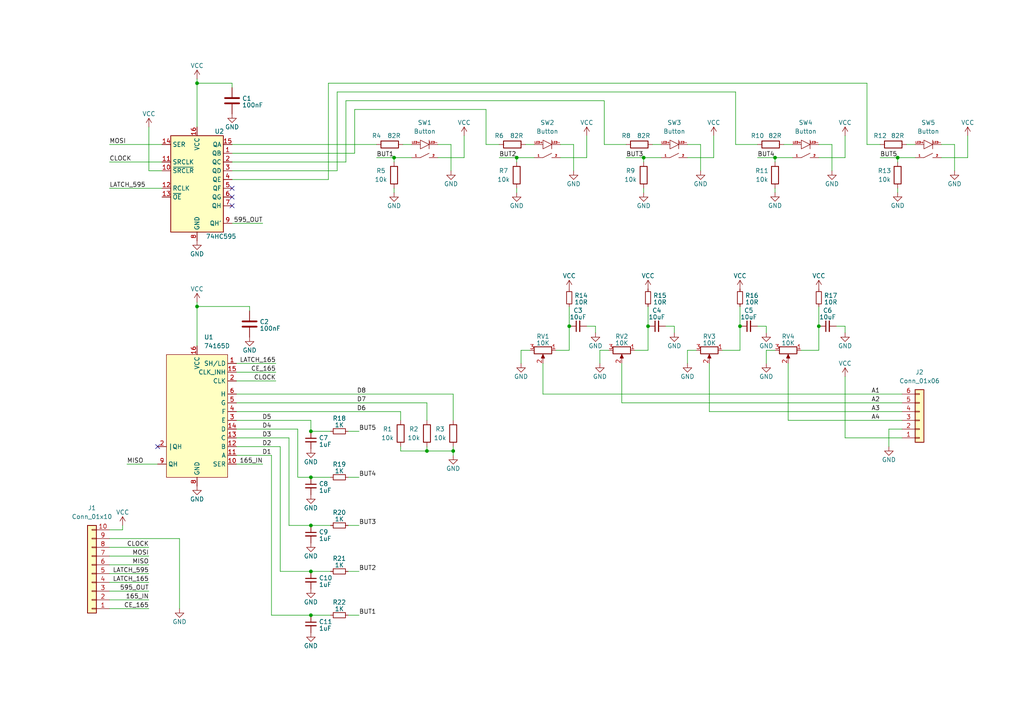
<source format=kicad_sch>
(kicad_sch (version 20230121) (generator eeschema)
  (paper "A4")
  (title_block (title "MK4"))
  (lib_symbols
    (symbol "74xx:74HC595"
      (property "Reference" "U" (at -7.62 13.97 0))
      (property "Value" "74HC595" (at -7.62 -16.51 0))
      (symbol "74HC595_1_0"
        (pin tri_state line (at 10.16 7.62 180) (length 2.54) (name "QB") (number "1"))
        (pin input line (at -10.16 2.54 0) (length 2.54) (name "~{SRCLR}") (number "10"))
        (pin input line (at -10.16 5.08 0) (length 2.54) (name "SRCLK") (number "11"))
        (pin input line (at -10.16 -2.54 0) (length 2.54) (name "RCLK") (number "12"))
        (pin input line (at -10.16 -5.08 0) (length 2.54) (name "~{OE}") (number "13"))
        (pin input line (at -10.16 10.16 0) (length 2.54) (name "SER") (number "14"))
        (pin tri_state line (at 10.16 10.16 180) (length 2.54) (name "QA") (number "15"))
        (pin power_in line (at 0 15.24 270) (length 2.54) (name "VCC") (number "16"))
        (pin tri_state line (at 10.16 5.08 180) (length 2.54) (name "QC") (number "2"))
        (pin tri_state line (at 10.16 2.54 180) (length 2.54) (name "QD") (number "3"))
        (pin tri_state line (at 10.16 0 180) (length 2.54) (name "QE") (number "4"))
        (pin tri_state line (at 10.16 -2.54 180) (length 2.54) (name "QF") (number "5"))
        (pin tri_state line (at 10.16 -5.08 180) (length 2.54) (name "QG") (number "6"))
        (pin tri_state line (at 10.16 -7.62 180) (length 2.54) (name "QH") (number "7"))
        (pin power_in line (at 0 -17.78 90) (length 2.54) (name "GND") (number "8"))
        (pin output line (at 10.16 -12.7 180) (length 2.54) (name "QH'") (number "9"))
      )
      (symbol "74HC595_1_1"
        (rectangle (start -7.62 12.7) (end 7.62 -15.24) (stroke (width 0.254)) (fill (type background)))
      )
    )
    (symbol "Connector_Generic:Conn_01x06" (pin_names (offset 1.016) hide)
      (property "Reference" "J" (at 0 7.62 0))
      (property "Value" "Conn_01x06" (at 0 -10.16 0))
      (symbol "Conn_01x06_1_1"
        (rectangle (start -1.27 -7.493) (end 0 -7.747) (stroke (width 0.1524)))
        (rectangle (start -1.27 -4.953) (end 0 -5.207) (stroke (width 0.1524)))
        (rectangle (start -1.27 -2.413) (end 0 -2.667) (stroke (width 0.1524)))
        (rectangle (start -1.27 0.127) (end 0 -0.127) (stroke (width 0.1524)))
        (rectangle (start -1.27 2.667) (end 0 2.413) (stroke (width 0.1524)))
        (rectangle (start -1.27 5.207) (end 0 4.953) (stroke (width 0.1524)))
        (rectangle (start -1.27 6.35) (end 1.27 -8.89) (stroke (width 0.254)) (fill (type background)))
        (pin passive line (at -5.08 5.08 0) (length 3.81) (name "Pin_1") (number "1"))
        (pin passive line (at -5.08 2.54 0) (length 3.81) (name "Pin_2") (number "2"))
        (pin passive line (at -5.08 0 0) (length 3.81) (name "Pin_3") (number "3"))
        (pin passive line (at -5.08 -2.54 0) (length 3.81) (name "Pin_4") (number "4"))
        (pin passive line (at -5.08 -5.08 0) (length 3.81) (name "Pin_5") (number "5"))
        (pin passive line (at -5.08 -7.62 0) (length 3.81) (name "Pin_6") (number "6"))
      )
    )
    (symbol "Connector_Generic:Conn_01x10" (pin_names (offset 1.016) hide)
      (property "Reference" "J" (at 0 12.7 0))
      (property "Value" "Conn_01x10" (at 0 -15.24 0))
      (symbol "Conn_01x10_1_1"
        (rectangle (start -1.27 -12.573) (end 0 -12.827) (stroke (width 0.1524)))
        (rectangle (start -1.27 -10.033) (end 0 -10.287) (stroke (width 0.1524)))
        (rectangle (start -1.27 -7.493) (end 0 -7.747) (stroke (width 0.1524)))
        (rectangle (start -1.27 -4.953) (end 0 -5.207) (stroke (width 0.1524)))
        (rectangle (start -1.27 -2.413) (end 0 -2.667) (stroke (width 0.1524)))
        (rectangle (start -1.27 0.127) (end 0 -0.127) (stroke (width 0.1524)))
        (rectangle (start -1.27 2.667) (end 0 2.413) (stroke (width 0.1524)))
        (rectangle (start -1.27 5.207) (end 0 4.953) (stroke (width 0.1524)))
        (rectangle (start -1.27 7.747) (end 0 7.493) (stroke (width 0.1524)))
        (rectangle (start -1.27 10.287) (end 0 10.033) (stroke (width 0.1524)))
        (rectangle (start -1.27 11.43) (end 1.27 -13.97) (stroke (width 0.254)) (fill (type background)))
        (pin passive line (at -5.08 10.16 0) (length 3.81) (name "Pin_1") (number "1"))
        (pin passive line (at -5.08 -12.7 0) (length 3.81) (name "Pin_10") (number "10"))
        (pin passive line (at -5.08 7.62 0) (length 3.81) (name "Pin_2") (number "2"))
        (pin passive line (at -5.08 5.08 0) (length 3.81) (name "Pin_3") (number "3"))
        (pin passive line (at -5.08 2.54 0) (length 3.81) (name "Pin_4") (number "4"))
        (pin passive line (at -5.08 0 0) (length 3.81) (name "Pin_5") (number "5"))
        (pin passive line (at -5.08 -2.54 0) (length 3.81) (name "Pin_6") (number "6"))
        (pin passive line (at -5.08 -5.08 0) (length 3.81) (name "Pin_7") (number "7"))
        (pin passive line (at -5.08 -7.62 0) (length 3.81) (name "Pin_8") (number "8"))
        (pin passive line (at -5.08 -10.16 0) (length 3.81) (name "Pin_9") (number "9"))
      )
    )
    (symbol "Device:C" (pin_numbers hide) (pin_names (offset 0.254))
      (property "Reference" "C" (at 0.635 2.54 0))
      (property "Value" "C" (at 0.635 -2.54 0))
      (symbol "C_0_1"
        (polyline (pts (xy -2.032 -0.762) (xy 2.032 -0.762)) (stroke (width 0.508)))
        (polyline (pts (xy -2.032 0.762) (xy 2.032 0.762)) (stroke (width 0.508)))
      )
      (symbol "C_1_1"
        (pin passive line (at 0 3.81 270) (length 2.794) (name "~") (number "1"))
        (pin passive line (at 0 -3.81 90) (length 2.794) (name "~") (number "2"))
      )
    )
    (symbol "Device:C_Small" (pin_numbers hide) (pin_names (offset 0.254) hide)
      (property "Reference" "C" (at 0.254 1.778 0))
      (property "Value" "C_Small" (at 0.254 -2.032 0))
      (symbol "C_Small_0_1"
        (polyline (pts (xy -1.524 -0.508) (xy 1.524 -0.508)) (stroke (width 0.3302)))
        (polyline (pts (xy -1.524 0.508) (xy 1.524 0.508)) (stroke (width 0.3048)))
      )
      (symbol "C_Small_1_1"
        (pin passive line (at 0 2.54 270) (length 2.032) (name "~") (number "1"))
        (pin passive line (at 0 -2.54 90) (length 2.032) (name "~") (number "2"))
      )
    )
    (symbol "Device:R" (pin_numbers hide) (pin_names (offset 0))
      (property "Reference" "R" (at 2.032 0 90))
      (property "Value" "R" (at 0 0 90))
      (symbol "R_0_1"
        (rectangle (start -1.016 -2.54) (end 1.016 2.54) (stroke (width 0.254)))
      )
      (symbol "R_1_1"
        (pin passive line (at 0 3.81 270) (length 1.27) (name "~") (number "1"))
        (pin passive line (at 0 -3.81 90) (length 1.27) (name "~") (number "2"))
      )
    )
    (symbol "Device:R_Potentiometer" (pin_names (offset 1.016) hide)
      (property "Reference" "RV" (at -4.445 0 90))
      (property "Value" "R_Potentiometer" (at -2.54 0 90))
      (symbol "R_Potentiometer_0_1"
        (polyline (pts (xy 2.54 0) (xy 1.524 0)))
        (polyline (pts (xy 1.143 0) (xy 2.286 0.508) (xy 2.286 -0.508) (xy 1.143 0)) (fill (type outline)))
        (rectangle (start 1.016 2.54) (end -1.016 -2.54) (stroke (width 0.254)))
      )
      (symbol "R_Potentiometer_1_1"
        (pin passive line (at 0 3.81 270) (length 1.27) (name "1") (number "1"))
        (pin passive line (at 3.81 0 180) (length 1.27) (name "2") (number "2"))
        (pin passive line (at 0 -3.81 90) (length 1.27) (name "3") (number "3"))
      )
    )
    (symbol "Device:R_Small" (pin_numbers hide) (pin_names (offset 0.254) hide)
      (property "Reference" "R" (at 0.762 0.508 0))
      (property "Value" "R_Small" (at 0.762 -1.016 0))
      (symbol "R_Small_0_1"
        (rectangle (start -0.762 1.778) (end 0.762 -1.778) (stroke (width 0.2032)))
      )
      (symbol "R_Small_1_1"
        (pin passive line (at 0 2.54 270) (length 0.762) (name "~") (number "1"))
        (pin passive line (at 0 -2.54 90) (length 0.762) (name "~") (number "2"))
      )
    )
    (symbol "Symbol library:74165D"
      (property "Reference" "U" (at 7.62 1.27 0))
      (property "Value" "74165D" (at 7.62 -36.83 0))
      (symbol "74165D_0_1"
        (rectangle (start -7.62 0) (end 10.16 -35.56) (fill (type background)))
      )
      (symbol "74165D_1_1"
        (pin input line (at 12.7 -2.54 180) (length 2.54) (name "SH/LD") (number "1"))
        (pin input line (at 12.7 -31.75 180) (length 2.54) (name "SER") (number "10"))
        (pin input line (at 12.7 -29.21 180) (length 2.54) (name "A") (number "11"))
        (pin input line (at 12.7 -26.67 180) (length 2.54) (name "B") (number "12"))
        (pin input line (at 12.7 -24.13 180) (length 2.54) (name "C") (number "13"))
        (pin input line (at 12.7 -21.59 180) (length 2.54) (name "D") (number "14"))
        (pin input line (at 12.7 -5.08 180) (length 2.54) (name "CLK_INH") (number "15"))
        (pin input line (at 1.27 2.54 270) (length 2.54) (name "VCC") (number "16"))
        (pin input line (at 12.7 -7.62 180) (length 2.54) (name "CLK") (number "2"))
        (pin input line (at -10.16 -26.67 0) (length 2.54) (name "|QH") (number "2"))
        (pin input line (at 12.7 -19.05 180) (length 2.54) (name "E") (number "3"))
        (pin input line (at 12.7 -16.51 180) (length 2.54) (name "F") (number "4"))
        (pin input line (at 12.7 -13.97 180) (length 2.54) (name "G") (number "5"))
        (pin input line (at 12.7 -11.43 180) (length 2.54) (name "H") (number "6"))
        (pin input line (at 1.27 -38.1 90) (length 2.54) (name "GND") (number "8"))
        (pin input line (at -10.16 -31.75 0) (length 2.54) (name "QH") (number "9"))
      )
    )
    (symbol "Symbol library:Button"
      (property "Reference" "SW" (at 0 7.62 0))
      (property "Value" "Button" (at 0 -6.35 0))
      (symbol "Button_0_1"
        (polyline (pts (xy -2.54 -3.81) (xy 0 -2.54)))
        (polyline (pts (xy 0 1.27) (xy 0 -1.27)))
        (polyline (pts (xy -2.54 0) (xy -2.54 1.27) (xy -2.54 -1.27) (xy 0 0) (xy -2.54 1.27)))
      )
      (symbol "Button_1_1"
        (pin input line (at -5.08 -3.81 0) (length 2.54) (name "") (number "1"))
        (pin output line (at 2.54 -3.81 180) (length 2.54) (name "") (number "2"))
        (pin input line (at -5.08 0 0) (length 2.54) (name "") (number "LED+"))
        (pin output line (at 2.54 0 180) (length 2.54) (name "") (number "LED-"))
      )
    )
    (symbol "power:GND" (power) (pin_names (offset 0))
      (property "Value" "GND" (at 0 -3.81 0))
      (symbol "GND_0_1"
        (polyline (pts (xy 0 0) (xy 0 -1.27) (xy 1.27 -1.27) (xy 0 -2.54) (xy -1.27 -1.27) (xy 0 -1.27)))
      )
      (symbol "GND_1_1"
        (pin power_in line (at 0 0 270) (length 0) hide (name "GND") (number "1"))
      )
    )
    (symbol "power:VCC" (power) (pin_names (offset 0))
      (property "Value" "VCC" (at 0 3.81 0))
      (symbol "VCC_0_1"
        (polyline (pts (xy -0.762 1.27) (xy 0 2.54)))
        (polyline (pts (xy 0 0) (xy 0 2.54)))
        (polyline (pts (xy 0 2.54) (xy 0.762 1.27)))
      )
      (symbol "VCC_1_1"
        (pin power_in line (at 0 0 90) (length 0) hide (name "VCC") (number "1"))
      )
    )
  )
  (junction (at 90.17 152.4))
  (junction (at 149.86 45.72))
  (junction (at 237.49 94.615))
  (junction (at 114.3 45.72))
  (junction (at 260.35 45.72))
  (junction (at 90.17 165.735))
  (junction (at 187.96 94.615))
  (junction (at 57.15 24.13))
  (junction (at 224.79 45.72))
  (junction (at 57.15 88.9))
  (junction (at 90.17 125.095))
  (junction (at 214.63 94.615))
  (junction (at 186.69 45.72))
  (junction (at 123.825 130.81))
  (junction (at 90.17 138.43))
  (junction (at 131.445 130.81))
  (junction (at 165.1 94.615))
  (junction (at 90.17 178.435))
  (no_connect (at 67.31 59.69))
  (no_connect (at 67.31 57.15))
  (no_connect (at 67.31 54.61))
  (no_connect (at 45.72 129.54))
  (wire (pts (xy 78.74 178.435) (xy 90.17 178.435)))
  (wire (pts (xy 262.89 41.91) (xy 265.43 41.91)))
  (wire (pts (xy 175.26 29.21) (xy 175.26 41.91)))
  (wire (pts (xy 31.75 54.61) (xy 46.99 54.61)))
  (wire (pts (xy 67.31 44.45) (xy 102.87 44.45)))
  (wire (pts (xy 175.26 41.91) (xy 181.61 41.91)))
  (wire (pts (xy 131.445 129.54) (xy 131.445 130.81)))
  (wire (pts (xy 68.58 129.54) (xy 81.28 129.54)))
  (wire (pts (xy 170.18 45.72) (xy 162.56 45.72)))
  (wire (pts (xy 219.71 45.72) (xy 224.79 45.72)))
  (wire (pts (xy 214.63 94.615) (xy 214.63 101.6)))
  (wire (pts (xy 43.18 173.99) (xy 31.75 173.99)))
  (wire (pts (xy 67.31 24.13) (xy 67.31 25.4)))
  (wire (pts (xy 213.36 26.67) (xy 213.36 41.91)))
  (wire (pts (xy 80.01 110.49) (xy 68.58 110.49)))
  (wire (pts (xy 251.46 41.91) (xy 255.27 41.91)))
  (wire (pts (xy 86.36 138.43) (xy 90.17 138.43)))
  (wire (pts (xy 199.39 101.6) (xy 201.93 101.6)))
  (wire (pts (xy 213.36 41.91) (xy 219.71 41.91)))
  (wire (pts (xy 100.33 46.99) (xy 100.33 29.21)))
  (wire (pts (xy 67.31 46.99) (xy 100.33 46.99)))
  (wire (pts (xy 224.79 45.72) (xy 224.79 46.99)))
  (wire (pts (xy 149.86 45.72) (xy 154.94 45.72)))
  (wire (pts (xy 127 41.91) (xy 130.81 41.91)))
  (wire (pts (xy 228.6 121.92) (xy 261.62 121.92)))
  (wire (pts (xy 214.63 88.9) (xy 214.63 94.615)))
  (wire (pts (xy 149.86 55.88) (xy 149.86 54.61)))
  (wire (pts (xy 265.43 45.72) (xy 260.35 45.72)))
  (wire (pts (xy 43.18 168.91) (xy 31.75 168.91)))
  (wire (pts (xy 207.01 39.37) (xy 207.01 45.72)))
  (wire (pts (xy 95.885 165.735) (xy 90.17 165.735)))
  (wire (pts (xy 68.58 119.38) (xy 116.205 119.38)))
  (wire (pts (xy 43.18 36.83) (xy 43.18 49.53)))
  (wire (pts (xy 166.37 41.91) (xy 166.37 49.53)))
  (wire (pts (xy 68.58 107.95) (xy 80.01 107.95)))
  (wire (pts (xy 172.72 94.615) (xy 170.18 94.615)))
  (wire (pts (xy 186.69 46.99) (xy 186.69 45.72)))
  (wire (pts (xy 170.18 39.37) (xy 170.18 45.72)))
  (wire (pts (xy 189.23 41.91) (xy 191.77 41.91)))
  (wire (pts (xy 245.11 45.72) (xy 245.11 39.37)))
  (wire (pts (xy 31.75 46.99) (xy 46.99 46.99)))
  (wire (pts (xy 140.97 31.75) (xy 140.97 41.91)))
  (wire (pts (xy 68.58 114.3) (xy 131.445 114.3)))
  (wire (pts (xy 114.3 45.72) (xy 119.38 45.72)))
  (wire (pts (xy 95.885 178.435) (xy 90.17 178.435)))
  (wire (pts (xy 68.58 116.84) (xy 123.825 116.84)))
  (wire (pts (xy 68.58 127) (xy 83.82 127)))
  (wire (pts (xy 114.3 55.88) (xy 114.3 54.61)))
  (wire (pts (xy 181.61 45.72) (xy 186.69 45.72)))
  (wire (pts (xy 273.05 45.72) (xy 280.67 45.72)))
  (wire (pts (xy 195.58 94.615) (xy 195.58 96.52)))
  (wire (pts (xy 172.72 94.615) (xy 172.72 96.52)))
  (wire (pts (xy 116.205 119.38) (xy 116.205 121.92)))
  (wire (pts (xy 97.79 49.53) (xy 97.79 26.67)))
  (wire (pts (xy 90.17 125.095) (xy 90.17 121.92)))
  (wire (pts (xy 184.15 101.6) (xy 187.96 101.6)))
  (wire (pts (xy 81.28 165.735) (xy 90.17 165.735)))
  (wire (pts (xy 180.34 116.84) (xy 261.62 116.84)))
  (wire (pts (xy 251.46 24.13) (xy 251.46 41.91)))
  (wire (pts (xy 131.445 114.3) (xy 131.445 121.92)))
  (wire (pts (xy 237.49 45.72) (xy 245.11 45.72)))
  (wire (pts (xy 57.15 87.63) (xy 57.15 88.9)))
  (wire (pts (xy 72.39 88.9) (xy 72.39 90.17)))
  (wire (pts (xy 31.75 41.91) (xy 46.99 41.91)))
  (wire (pts (xy 161.29 101.6) (xy 165.1 101.6)))
  (wire (pts (xy 123.825 130.81) (xy 116.205 130.81)))
  (wire (pts (xy 273.05 41.91) (xy 276.86 41.91)))
  (wire (pts (xy 276.86 41.91) (xy 276.86 49.53)))
  (wire (pts (xy 199.39 105.41) (xy 199.39 101.6)))
  (wire (pts (xy 102.87 44.45) (xy 102.87 31.75)))
  (wire (pts (xy 228.6 105.41) (xy 228.6 121.92)))
  (wire (pts (xy 78.74 132.08) (xy 68.58 132.08)))
  (wire (pts (xy 104.14 152.4) (xy 100.965 152.4)))
  (wire (pts (xy 134.62 39.37) (xy 134.62 45.72)))
  (wire (pts (xy 152.4 41.91) (xy 154.94 41.91)))
  (wire (pts (xy 102.87 31.75) (xy 140.97 31.75)))
  (wire (pts (xy 257.81 124.46) (xy 261.62 124.46)))
  (wire (pts (xy 78.74 132.08) (xy 78.74 178.435)))
  (wire (pts (xy 153.67 101.6) (xy 151.13 101.6)))
  (wire (pts (xy 95.885 152.4) (xy 90.17 152.4)))
  (wire (pts (xy 86.36 124.46) (xy 86.36 138.43)))
  (wire (pts (xy 116.84 41.91) (xy 119.38 41.91)))
  (wire (pts (xy 43.18 171.45) (xy 31.75 171.45)))
  (wire (pts (xy 195.58 94.615) (xy 193.04 94.615)))
  (wire (pts (xy 123.825 116.84) (xy 123.825 121.92)))
  (wire (pts (xy 43.18 158.75) (xy 31.75 158.75)))
  (wire (pts (xy 232.41 101.6) (xy 237.49 101.6)))
  (wire (pts (xy 57.15 88.9) (xy 57.15 100.33)))
  (wire (pts (xy 144.78 45.72) (xy 149.86 45.72)))
  (wire (pts (xy 241.3 41.91) (xy 241.3 49.53)))
  (wire (pts (xy 186.69 45.72) (xy 191.77 45.72)))
  (wire (pts (xy 222.25 105.41) (xy 222.25 101.6)))
  (wire (pts (xy 131.445 130.81) (xy 123.825 130.81)))
  (wire (pts (xy 207.01 45.72) (xy 199.39 45.72)))
  (wire (pts (xy 237.49 41.91) (xy 241.3 41.91)))
  (wire (pts (xy 83.82 152.4) (xy 90.17 152.4)))
  (wire (pts (xy 245.11 127) (xy 261.62 127)))
  (wire (pts (xy 157.48 114.3) (xy 261.62 114.3)))
  (wire (pts (xy 245.11 94.615) (xy 245.11 96.52)))
  (wire (pts (xy 237.49 88.9) (xy 237.49 94.615)))
  (wire (pts (xy 36.83 134.62) (xy 45.72 134.62)))
  (wire (pts (xy 162.56 41.91) (xy 166.37 41.91)))
  (wire (pts (xy 131.445 130.81) (xy 131.445 132.08)))
  (wire (pts (xy 100.33 29.21) (xy 175.26 29.21)))
  (wire (pts (xy 95.25 52.07) (xy 95.25 24.13)))
  (wire (pts (xy 180.34 105.41) (xy 180.34 116.84)))
  (wire (pts (xy 245.11 109.22) (xy 245.11 127)))
  (wire (pts (xy 57.15 22.86) (xy 57.15 24.13)))
  (wire (pts (xy 224.79 55.8256) (xy 224.79 54.61)))
  (wire (pts (xy 57.15 24.13) (xy 57.15 36.83)))
  (wire (pts (xy 260.35 45.72) (xy 260.35 46.99)))
  (wire (pts (xy 186.69 55.88) (xy 186.69 54.61)))
  (wire (pts (xy 43.18 161.29) (xy 31.75 161.29)))
  (wire (pts (xy 109.22 45.72) (xy 114.3 45.72)))
  (wire (pts (xy 114.3 46.99) (xy 114.3 45.72)))
  (wire (pts (xy 203.2 41.91) (xy 203.2 49.53)))
  (wire (pts (xy 280.67 45.72) (xy 280.67 39.37)))
  (wire (pts (xy 222.25 94.615) (xy 222.25 96.52)))
  (wire (pts (xy 67.31 64.77) (xy 76.2 64.77)))
  (wire (pts (xy 95.25 24.13) (xy 251.46 24.13)))
  (wire (pts (xy 149.86 46.99) (xy 149.86 45.72)))
  (wire (pts (xy 104.14 125.095) (xy 100.965 125.095)))
  (wire (pts (xy 187.96 94.615) (xy 187.96 101.6)))
  (wire (pts (xy 245.11 94.615) (xy 242.57 94.615)))
  (wire (pts (xy 104.14 178.435) (xy 100.965 178.435)))
  (wire (pts (xy 257.81 129.54) (xy 257.81 124.46)))
  (wire (pts (xy 165.1 88.9) (xy 165.1 94.615)))
  (wire (pts (xy 67.31 49.53) (xy 97.79 49.53)))
  (wire (pts (xy 52.07 156.21) (xy 52.07 176.53)))
  (wire (pts (xy 237.49 94.615) (xy 237.49 101.6)))
  (wire (pts (xy 229.87 45.72) (xy 224.79 45.72)))
  (wire (pts (xy 116.205 129.54) (xy 116.205 130.81)))
  (wire (pts (xy 205.74 105.41) (xy 205.74 119.38)))
  (wire (pts (xy 209.55 101.6) (xy 214.63 101.6)))
  (wire (pts (xy 68.58 105.41) (xy 80.01 105.41)))
  (wire (pts (xy 222.25 101.6) (xy 224.79 101.6)))
  (wire (pts (xy 165.1 94.615) (xy 165.1 101.6)))
  (wire (pts (xy 157.48 105.41) (xy 157.48 114.3)))
  (wire (pts (xy 90.17 121.92) (xy 68.58 121.92)))
  (wire (pts (xy 260.35 55.8256) (xy 260.35 54.61)))
  (wire (pts (xy 97.79 26.67) (xy 213.36 26.67)))
  (wire (pts (xy 222.25 94.615) (xy 219.71 94.615)))
  (wire (pts (xy 57.15 24.13) (xy 67.31 24.13)))
  (wire (pts (xy 151.13 101.6) (xy 151.13 105.41)))
  (wire (pts (xy 227.33 41.91) (xy 229.87 41.91)))
  (wire (pts (xy 199.39 41.91) (xy 203.2 41.91)))
  (wire (pts (xy 134.62 45.72) (xy 127 45.72)))
  (wire (pts (xy 130.81 41.91) (xy 130.81 49.53)))
  (wire (pts (xy 173.99 105.41) (xy 173.99 101.6)))
  (wire (pts (xy 81.28 129.54) (xy 81.28 165.735)))
  (wire (pts (xy 68.58 134.62) (xy 76.2 134.62)))
  (wire (pts (xy 95.885 125.095) (xy 90.17 125.095)))
  (wire (pts (xy 31.75 153.67) (xy 35.56 153.67)))
  (wire (pts (xy 31.75 156.21) (xy 52.07 156.21)))
  (wire (pts (xy 43.18 163.83) (xy 31.75 163.83)))
  (wire (pts (xy 43.18 49.53) (xy 46.99 49.53)))
  (wire (pts (xy 104.14 165.735) (xy 100.965 165.735)))
  (wire (pts (xy 123.825 129.54) (xy 123.825 130.81)))
  (wire (pts (xy 255.27 45.72) (xy 260.35 45.72)))
  (wire (pts (xy 140.97 41.91) (xy 144.78 41.91)))
  (wire (pts (xy 67.31 41.91) (xy 109.22 41.91)))
  (wire (pts (xy 205.74 119.38) (xy 261.62 119.38)))
  (wire (pts (xy 95.885 138.43) (xy 90.17 138.43)))
  (wire (pts (xy 67.31 52.07) (xy 95.25 52.07)))
  (wire (pts (xy 104.14 138.43) (xy 100.965 138.43)))
  (wire (pts (xy 43.18 166.37) (xy 31.75 166.37)))
  (wire (pts (xy 35.56 153.67) (xy 35.56 152.4)))
  (wire (pts (xy 187.96 88.9) (xy 187.96 94.615)))
  (wire (pts (xy 57.15 88.9) (xy 72.39 88.9)))
  (wire (pts (xy 68.58 124.46) (xy 86.36 124.46)))
  (wire (pts (xy 83.82 127) (xy 83.82 152.4)))
  (wire (pts (xy 173.99 101.6) (xy 176.53 101.6)))
  (wire (pts (xy 43.18 176.53) (xy 31.75 176.53)))
  (label "BUT2" (at 104.14 165.735 0))
  (label "595_OUT" (at 76.2 64.77 180))
  (label "LATCH_595" (at 43.18 166.37 180))
  (label "CE_165" (at 43.18 176.53 180))
  (label "D2" (at 78.74 129.54 180))
  (label "D8" (at 103.505 114.3 0))
  (label "BUT3" (at 181.61 45.72 0))
  (label "BUT4" (at 104.14 138.43 0))
  (label "A2" (at 252.73 116.84 0))
  (label "595_OUT" (at 43.18 171.45 180))
  (label "MISO" (at 43.18 163.83 180))
  (label "D3" (at 78.74 127 180))
  (label "CLOCK" (at 31.75 46.99 0))
  (label "D7" (at 103.505 116.84 0))
  (label "A4" (at 252.73 121.92 0))
  (label "BUT4" (at 219.71 45.72 0))
  (label "A1" (at 252.73 114.3 0))
  (label "D1" (at 78.74 132.08 180))
  (label "BUT2" (at 144.78 45.72 0))
  (label "165_IN" (at 76.2 134.62 180))
  (label "D5" (at 78.74 121.92 180))
  (label "BUT5" (at 104.14 125.095 0))
  (label "LATCH_165" (at 80.01 105.41 180))
  (label "LATCH_165" (at 43.18 168.91 180))
  (label "MOSI" (at 31.75 41.91 0))
  (label "CLOCK" (at 80.01 110.49 180))
  (label "165_IN" (at 43.18 173.99 180))
  (label "MOSI" (at 43.18 161.29 180))
  (label "BUT1" (at 104.14 178.435 0))
  (label "MISO" (at 36.83 134.62 0))
  (label "A3" (at 252.73 119.38 0))
  (label "CE_165" (at 80.01 107.95 180))
  (label "CLOCK" (at 43.18 158.75 180))
  (label "BUT1" (at 109.22 45.72 0))
  (label "BUT5" (at 255.27 45.72 0))
  (label "LATCH_595" (at 31.75 54.61 0))
  (label "BUT3" (at 104.14 152.4 0))
  (label "D4" (at 78.74 124.46 180))
  (label "D6" (at 103.505 119.38 0))
  (symbol (lib_id "Device:R_Small") (at 165.1 86.36 0) (unit 1)
    (property "Reference" "R14" (at 166.5986 85.7163 0) (effects (justify left)))
    (property "Value" "10R" (at 166.5986 87.6373 0) (effects (justify left)))
  )
  (symbol (lib_id "power:VCC") (at 245.11 109.22 0) (unit 1)
    (property "Reference" "#PWR035" (effects hide))
    (property "Value" "VCC" (at 245.11 105.41 0))
  )
  (symbol (lib_id "power:VCC") (at 170.18 39.37 0) (unit 1)
    (property "Reference" "#PWR019" (effects hide))
    (property "Value" "VCC" (at 170.18 35.56 0))
  )
  (symbol (lib_id "Device:R") (at 148.59 41.91 90) (unit 1)
    (property "Reference" "R6" (at 144.78 39.37 90))
    (property "Value" "82R" (at 149.86 39.37 90))
    (property "Footprint" "Resistor_SMD:R_0805_2012Metric" (effects hide))
  )
  (symbol (lib_id "Symbol library:Button") (at 234.95 41.91 0) (unit 1)
    (property "Reference" "SW4" (at 233.68 35.56 0))
    (property "Value" "Button" (at 233.68 38.1 0))
    (property "Footprint" "footprints:BUTTON" (effects hide))
  )
  (symbol (lib_id "Device:C_Small") (at 190.5 94.615 90) (unit 1)
    (property "Reference" "C4" (at 190.5063 90.043 90))
    (property "Value" "10uF" (at 190.5063 91.964 90))
  )
  (symbol (lib_id "power:GND") (at 90.17 157.48 0) (unit 1)
    (property "Reference" "#PWR042" (effects hide))
    (property "Value" "GND" (at 90.17 161.29 0))
  )
  (symbol (lib_id "power:VCC") (at 57.15 22.86 0) (unit 1)
    (property "Reference" "#PWR04" (effects hide))
    (property "Value" "VCC" (at 57.15 19.05 0))
  )
  (symbol (lib_id "Device:R_Small") (at 98.425 138.43 90) (unit 1)
    (property "Reference" "R19" (at 98.425 134.6835 90))
    (property "Value" "1K" (at 98.425 136.6045 90))
  )
  (symbol (lib_id "power:GND") (at 90.17 183.515 0) (unit 1)
    (property "Reference" "#PWR044" (effects hide))
    (property "Value" "GND" (at 90.17 187.325 0))
  )
  (symbol (lib_id "power:VCC") (at 165.1 83.82 0) (unit 1)
    (property "Reference" "#PWR017" (effects hide))
    (property "Value" "VCC" (at 165.1 80.01 0))
  )
  (symbol (lib_id "Device:R_Potentiometer") (at 205.74 101.6 270) (unit 1)
    (property "Reference" "RV3" (at 205.74 97.5741 90))
    (property "Value" "10K" (at 205.74 99.4951 90))
    (property "Footprint" "footprints:Potentiometer_custom" (effects hide))
  )
  (symbol (lib_id "power:GND") (at 241.3 49.53 0) (unit 1)
    (property "Reference" "#PWR033" (effects hide))
    (property "Value" "GND" (at 241.3 53.34 0))
  )
  (symbol (lib_id "Symbol library:Button") (at 270.51 41.91 0) (unit 1)
    (property "Reference" "SW5" (at 269.24 35.56 0))
    (property "Value" "Button" (at 269.24 38.1 0))
    (property "Footprint" "footprints:BUTTON" (effects hide))
  )
  (symbol (lib_id "power:GND") (at 90.17 143.51 0) (unit 1)
    (property "Reference" "#PWR040" (effects hide))
    (property "Value" "GND" (at 90.17 147.32 0))
  )
  (symbol (lib_id "power:GND") (at 166.37 49.53 0) (unit 1)
    (property "Reference" "#PWR018" (effects hide))
    (property "Value" "GND" (at 166.37 53.34 0))
  )
  (symbol (lib_id "power:VCC") (at 207.01 39.37 0) (unit 1)
    (property "Reference" "#PWR027" (effects hide))
    (property "Value" "VCC" (at 207.01 35.56 0))
  )
  (symbol (lib_id "Device:R") (at 116.205 125.73 180) (unit 1)
    (property "Reference" "R1" (at 112.395 124.46 0))
    (property "Value" "10k" (at 112.395 127 0))
    (property "Footprint" "Resistor_SMD:R_0805_2012Metric" (effects hide))
  )
  (symbol (lib_id "power:GND") (at 199.39 105.41 0) (unit 1)
    (property "Reference" "#PWR024" (effects hide))
    (property "Value" "GND" (at 199.39 109.22 0))
  )
  (symbol (lib_id "Device:R_Small") (at 214.63 86.36 0) (unit 1)
    (property "Reference" "R16" (at 216.1286 85.7163 0) (effects (justify left)))
    (property "Value" "10R" (at 216.1286 87.6373 0) (effects (justify left)))
  )
  (symbol (lib_id "74xx:74HC595") (at 57.15 52.07 0) (unit 1)
    (property "Reference" "U2" (at 62.23 38.1 0) (effects (justify left)))
    (property "Value" "74HC595" (at 59.69 68.58 0) (effects (justify left)))
    (property "Footprint" "Package_SO:SOIC-16_3.9x9.9mm_P1.27mm" (effects hide))
    (property "Datasheet" "http://www.ti.com/lit/ds/symlink/sn74hc595.pdf" (effects hide))
  )
  (symbol (lib_id "power:VCC") (at 57.15 87.63 0) (unit 1)
    (property "Reference" "#PWR06" (effects hide))
    (property "Value" "VCC" (at 57.15 83.82 0))
  )
  (symbol (lib_id "Symbol library:Button") (at 160.02 41.91 0) (unit 1)
    (property "Reference" "SW2" (at 158.75 35.56 0))
    (property "Value" "Button" (at 158.75 38.1 0))
    (property "Footprint" "footprints:BUTTON" (effects hide))
  )
  (symbol (lib_id "Device:C_Small") (at 240.03 94.615 90) (unit 1)
    (property "Reference" "C6" (at 240.0363 90.043 90))
    (property "Value" "10uF" (at 240.0363 91.964 90))
  )
  (symbol (lib_id "power:GND") (at 151.13 105.41 0) (unit 1)
    (property "Reference" "#PWR015" (effects hide))
    (property "Value" "GND" (at 151.13 109.22 0))
  )
  (symbol (lib_id "power:VCC") (at 134.62 39.37 0) (unit 1)
    (property "Reference" "#PWR013" (effects hide))
    (property "Value" "VCC" (at 134.62 35.56 0))
  )
  (symbol (lib_id "power:GND") (at 203.2 49.53 0) (unit 1)
    (property "Reference" "#PWR025" (effects hide))
    (property "Value" "GND" (at 203.2 53.34 0))
  )
  (symbol (lib_id "Device:C") (at 67.31 29.21 0) (unit 1)
    (property "Reference" "C1" (at 70.231 28.5663 0) (effects (justify left)))
    (property "Value" "100nF" (at 70.231 30.4873 0) (effects (justify left)))
    (property "Footprint" "Capacitor_SMD:C_1206_3216Metric" (effects hide))
  )
  (symbol (lib_id "power:GND") (at 224.79 55.8256 0) (unit 1)
    (property "Reference" "#PWR030" (effects hide))
    (property "Value" "GND" (at 224.79 59.6356 0))
  )
  (symbol (lib_id "power:GND") (at 67.31 33.02 0) (unit 1)
    (property "Reference" "#PWR08" (effects hide))
    (property "Value" "GND" (at 67.31 36.83 0))
  )
  (symbol (lib_id "Device:R_Small") (at 98.425 165.735 90) (unit 1)
    (property "Reference" "R21" (at 98.425 161.9885 90))
    (property "Value" "1K" (at 98.425 163.9095 90))
  )
  (symbol (lib_id "Connector_Generic:Conn_01x06") (at 266.7 121.92 0) (mirror x) (unit 1)
    (property "Reference" "J2" (at 266.7 107.95 0))
    (property "Value" "Conn_01x06" (at 266.7 110.49 0))
    (property "Footprint" "footprints:CON_POTSO" (effects hide))
  )
  (symbol (lib_id "Device:R") (at 131.445 125.73 180) (unit 1)
    (property "Reference" "R3" (at 127.635 124.46 0))
    (property "Value" "10k" (at 127.635 127 0))
    (property "Footprint" "Resistor_SMD:R_0805_2012Metric" (effects hide))
  )
  (symbol (lib_id "power:VCC") (at 214.63 83.82 0) (unit 1)
    (property "Reference" "#PWR026" (effects hide))
    (property "Value" "VCC" (at 214.63 80.01 0))
  )
  (symbol (lib_id "power:VCC") (at 245.11 39.37 0) (unit 1)
    (property "Reference" "#PWR034" (effects hide))
    (property "Value" "VCC" (at 245.11 35.56 0))
  )
  (symbol (lib_id "power:VCC") (at 43.18 36.83 0) (unit 1)
    (property "Reference" "#PWR02" (effects hide))
    (property "Value" "VCC" (at 43.18 33.02 0))
  )
  (symbol (lib_id "Device:R") (at 113.03 41.91 90) (unit 1)
    (property "Reference" "R4" (at 109.22 39.37 90))
    (property "Value" "82R" (at 114.3 39.37 90))
    (property "Footprint" "Resistor_SMD:R_0805_2012Metric" (effects hide))
  )
  (symbol (lib_id "power:GND") (at 149.86 55.88 0) (unit 1)
    (property "Reference" "#PWR014" (effects hide))
    (property "Value" "GND" (at 149.86 59.69 0))
  )
  (symbol (lib_id "power:VCC") (at 280.67 39.37 0) (unit 1)
    (property "Reference" "#PWR039" (effects hide))
    (property "Value" "VCC" (at 280.67 35.56 0))
  )
  (symbol (lib_id "Device:R") (at 224.79 50.8 180) (unit 1)
    (property "Reference" "R11" (at 220.98 49.53 0))
    (property "Value" "10k" (at 220.98 52.07 0))
    (property "Footprint" "Resistor_SMD:R_0805_2012Metric" (effects hide))
  )
  (symbol (lib_id "power:GND") (at 260.35 55.8256 0) (unit 1)
    (property "Reference" "#PWR037" (effects hide))
    (property "Value" "GND" (at 260.35 59.6356 0))
  )
  (symbol (lib_id "Device:C_Small") (at 90.17 154.94 0) (unit 1)
    (property "Reference" "C9" (at 92.4941 154.3026 0) (effects (justify left)))
    (property "Value" "1uF" (at 92.4941 156.2236 0) (effects (justify left)))
  )
  (symbol (lib_id "Device:R_Potentiometer") (at 180.34 101.6 270) (unit 1)
    (property "Reference" "RV2" (at 180.34 97.5741 90))
    (property "Value" "10K" (at 180.34 99.4951 90))
    (property "Footprint" "footprints:Potentiometer_custom" (effects hide))
  )
  (symbol (lib_id "Device:R") (at 186.69 50.8 180) (unit 1)
    (property "Reference" "R9" (at 182.88 49.53 0))
    (property "Value" "10k" (at 182.88 52.07 0))
    (property "Footprint" "Resistor_SMD:R_0805_2012Metric" (effects hide))
  )
  (symbol (lib_id "power:GND") (at 72.39 97.79 0) (unit 1)
    (property "Reference" "#PWR09" (effects hide))
    (property "Value" "GND" (at 72.39 101.6 0))
  )
  (symbol (lib_id "power:GND") (at 52.07 176.53 0) (unit 1)
    (property "Reference" "#PWR03" (effects hide))
    (property "Value" "GND" (at 52.07 180.34 0))
  )
  (symbol (lib_id "Device:C_Small") (at 90.17 168.275 0) (unit 1)
    (property "Reference" "C10" (at 92.4941 167.6376 0) (effects (justify left)))
    (property "Value" "1uF" (at 92.4941 169.5586 0) (effects (justify left)))
  )
  (symbol (lib_id "Device:R") (at 149.86 50.8 180) (unit 1)
    (property "Reference" "R7" (at 146.05 49.53 0))
    (property "Value" "10k" (at 146.05 52.07 0))
    (property "Footprint" "Resistor_SMD:R_0805_2012Metric" (effects hide))
  )
  (symbol (lib_id "power:GND") (at 222.25 105.41 0) (unit 1)
    (property "Reference" "#PWR029" (effects hide))
    (property "Value" "GND" (at 222.25 109.22 0))
  )
  (symbol (lib_id "Device:R_Potentiometer") (at 157.48 101.6 270) (unit 1)
    (property "Reference" "RV1" (at 157.48 97.5741 90))
    (property "Value" "10K" (at 157.48 99.4951 90))
    (property "Footprint" "footprints:Potentiometer_custom" (effects hide))
  )
  (symbol (lib_id "Device:R_Small") (at 98.425 152.4 90) (unit 1)
    (property "Reference" "R20" (at 98.425 148.6535 90))
    (property "Value" "1K" (at 98.425 150.5745 90))
  )
  (symbol (lib_id "Device:R_Small") (at 187.96 86.36 0) (unit 1)
    (property "Reference" "R15" (at 189.4586 85.7163 0) (effects (justify left)))
    (property "Value" "10R" (at 189.4586 87.6373 0) (effects (justify left)))
  )
  (symbol (lib_id "power:GND") (at 195.58 96.52 0) (unit 1)
    (property "Reference" "#PWR023" (effects hide))
    (property "Value" "GND" (at 195.58 100.33 0))
  )
  (symbol (lib_id "Device:R_Small") (at 98.425 125.095 90) (unit 1)
    (property "Reference" "R18" (at 98.425 121.3485 90))
    (property "Value" "1K" (at 98.425 123.2695 90))
  )
  (symbol (lib_id "Device:C_Small") (at 167.64 94.615 90) (unit 1)
    (property "Reference" "C3" (at 167.6463 90.043 90))
    (property "Value" "10uF" (at 167.6463 91.964 90))
  )
  (symbol (lib_id "power:GND") (at 172.72 96.52 0) (unit 1)
    (property "Reference" "#PWR016" (effects hide))
    (property "Value" "GND" (at 172.72 100.33 0))
  )
  (symbol (lib_id "power:VCC") (at 35.56 152.4 0) (unit 1)
    (property "Reference" "#PWR01" (effects hide))
    (property "Value" "VCC" (at 35.56 148.59 0))
  )
  (symbol (lib_id "Device:R") (at 114.3 50.8 180) (unit 1)
    (property "Reference" "R5" (at 110.49 49.53 0))
    (property "Value" "10k" (at 110.49 52.07 0))
    (property "Footprint" "Resistor_SMD:R_0805_2012Metric" (effects hide))
  )
  (symbol (lib_id "power:GND") (at 276.86 49.53 0) (unit 1)
    (property "Reference" "#PWR038" (effects hide))
    (property "Value" "GND" (at 276.86 53.34 0))
  )
  (symbol (lib_id "Device:R_Small") (at 237.49 86.36 0) (unit 1)
    (property "Reference" "R17" (at 238.9886 85.7163 0) (effects (justify left)))
    (property "Value" "10R" (at 238.9886 87.6373 0) (effects (justify left)))
  )
  (symbol (lib_id "power:GND") (at 130.81 49.53 0) (unit 1)
    (property "Reference" "#PWR012" (effects hide))
    (property "Value" "GND" (at 130.81 53.34 0))
  )
  (symbol (lib_id "Device:R") (at 260.35 50.8 180) (unit 1)
    (property "Reference" "R13" (at 256.54 49.53 0))
    (property "Value" "10k" (at 256.54 52.07 0))
    (property "Footprint" "Resistor_SMD:R_0805_2012Metric" (effects hide))
  )
  (symbol (lib_id "power:GND") (at 114.3 55.88 0) (unit 1)
    (property "Reference" "#PWR011" (effects hide))
    (property "Value" "GND" (at 114.3 59.69 0))
  )
  (symbol (lib_id "Device:R") (at 123.825 125.73 180) (unit 1)
    (property "Reference" "R2" (at 120.015 124.46 0))
    (property "Value" "10k" (at 120.015 127 0))
    (property "Footprint" "Resistor_SMD:R_0805_2012Metric" (effects hide))
  )
  (symbol (lib_id "power:VCC") (at 187.96 83.82 0) (unit 1)
    (property "Reference" "#PWR021" (effects hide))
    (property "Value" "VCC" (at 187.96 80.01 0))
  )
  (symbol (lib_id "power:GND") (at 222.25 96.52 0) (unit 1)
    (property "Reference" "#PWR028" (effects hide))
    (property "Value" "GND" (at 222.25 100.33 0))
  )
  (symbol (lib_id "power:GND") (at 57.15 69.85 0) (unit 1)
    (property "Reference" "#PWR05" (effects hide))
    (property "Value" "GND" (at 57.15 73.66 0))
  )
  (symbol (lib_id "power:VCC") (at 237.49 83.82 0) (unit 1)
    (property "Reference" "#PWR031" (effects hide))
    (property "Value" "VCC" (at 237.49 80.01 0))
  )
  (symbol (lib_id "Device:C_Small") (at 90.17 127.635 0) (unit 1)
    (property "Reference" "C7" (at 92.4941 126.9976 0) (effects (justify left)))
    (property "Value" "1uF" (at 92.4941 128.9186 0) (effects (justify left)))
  )
  (symbol (lib_id "Device:C_Small") (at 90.17 180.975 0) (unit 1)
    (property "Reference" "C11" (at 92.4941 180.3376 0) (effects (justify left)))
    (property "Value" "1uF" (at 92.4941 182.2586 0) (effects (justify left)))
  )
  (symbol (lib_id "Symbol library:74165D") (at 55.88 102.87 0) (unit 1)
    (property "Reference" "U1" (at 59.1694 97.79 0) (effects (justify left)))
    (property "Value" "74165D" (at 59.1694 100.33 0) (effects (justify left)))
    (property "Footprint" "Package_SO:SOIC-16_3.9x9.9mm_P1.27mm" (effects hide))
  )
  (symbol (lib_id "Device:R_Small") (at 98.425 178.435 90) (unit 1)
    (property "Reference" "R22" (at 98.425 174.6885 90))
    (property "Value" "1K" (at 98.425 176.6095 90))
  )
  (symbol (lib_id "Device:R") (at 259.08 41.91 90) (unit 1)
    (property "Reference" "R12" (at 255.27 39.37 90))
    (property "Value" "82R" (at 260.35 39.37 90))
    (property "Footprint" "Resistor_SMD:R_0805_2012Metric" (effects hide))
  )
  (symbol (lib_id "Device:R") (at 223.52 41.91 90) (unit 1)
    (property "Reference" "R10" (at 219.71 39.37 90))
    (property "Value" "82R" (at 224.79 39.37 90))
    (property "Footprint" "Resistor_SMD:R_0805_2012Metric" (effects hide))
  )
  (symbol (lib_id "Device:C") (at 72.39 93.98 0) (unit 1)
    (property "Reference" "C2" (at 75.311 93.3363 0) (effects (justify left)))
    (property "Value" "100nF" (at 75.311 95.2573 0) (effects (justify left)))
    (property "Footprint" "Capacitor_SMD:C_1206_3216Metric" (effects hide))
  )
  (symbol (lib_id "power:GND") (at 90.17 170.815 0) (unit 1)
    (property "Reference" "#PWR043" (effects hide))
    (property "Value" "GND" (at 90.17 174.625 0))
  )
  (symbol (lib_id "Connector_Generic:Conn_01x10") (at 26.67 166.37 180) (unit 1)
    (property "Reference" "J1" (at 26.67 147.32 0))
    (property "Value" "Conn_01x10" (at 26.67 149.86 0))
    (property "Footprint" "footprints:CON_MAINO" (effects hide))
  )
  (symbol (lib_id "power:GND") (at 90.17 130.175 0) (unit 1)
    (property "Reference" "#PWR041" (effects hide))
    (property "Value" "GND" (at 90.17 133.985 0))
  )
  (symbol (lib_id "power:GND") (at 57.15 140.97 0) (unit 1)
    (property "Reference" "#PWR07" (effects hide))
    (property "Value" "GND" (at 57.15 144.78 0))
  )
  (symbol (lib_id "Symbol library:Button") (at 124.46 41.91 0) (unit 1)
    (property "Reference" "SW1" (at 123.19 35.56 0))
    (property "Value" "Button" (at 123.19 38.1 0))
    (property "Footprint" "footprints:BUTTON" (effects hide))
  )
  (symbol (lib_id "Device:C_Small") (at 90.17 140.97 0) (unit 1)
    (property "Reference" "C8" (at 92.4941 140.3326 0) (effects (justify left)))
    (property "Value" "1uF" (at 92.4941 142.2536 0) (effects (justify left)))
  )
  (symbol (lib_id "power:GND") (at 131.445 132.08 0) (unit 1)
    (property "Reference" "#PWR010" (effects hide))
    (property "Value" "GND" (at 131.445 135.89 0))
  )
  (symbol (lib_id "Symbol library:Button") (at 196.85 41.91 0) (unit 1)
    (property "Reference" "SW3" (at 195.58 35.56 0))
    (property "Value" "Button" (at 195.58 38.1 0))
    (property "Footprint" "footprints:BUTTON" (effects hide))
  )
  (symbol (lib_id "power:GND") (at 186.69 55.88 0) (unit 1)
    (property "Reference" "#PWR022" (effects hide))
    (property "Value" "GND" (at 186.69 59.69 0))
  )
  (symbol (lib_id "Device:C_Small") (at 217.17 94.615 90) (unit 1)
    (property "Reference" "C5" (at 217.1763 90.043 90))
    (property "Value" "10uF" (at 217.1763 91.964 90))
  )
  (symbol (lib_id "power:GND") (at 173.99 105.41 0) (unit 1)
    (property "Reference" "#PWR020" (effects hide))
    (property "Value" "GND" (at 173.99 109.22 0))
  )
  (symbol (lib_id "Device:R_Potentiometer") (at 228.6 101.6 270) (unit 1)
    (property "Reference" "RV4" (at 228.6 97.5741 90))
    (property "Value" "10K" (at 228.6 99.4951 90))
    (property "Footprint" "footprints:Potentiometer_custom" (effects hide))
  )
  (symbol (lib_id "Device:R") (at 185.42 41.91 90) (unit 1)
    (property "Reference" "R8" (at 181.61 39.37 90))
    (property "Value" "82R" (at 186.69 39.37 90))
    (property "Footprint" "Resistor_SMD:R_0805_2012Metric" (effects hide))
  )
  (symbol (lib_id "power:GND") (at 257.81 129.54 0) (unit 1)
    (property "Reference" "#PWR036" (effects hide))
    (property "Value" "GND" (at 257.81 133.35 0))
  )
  (symbol (lib_id "power:GND") (at 245.11 96.52 0) (unit 1)
    (property "Reference" "#PWR032" (effects hide))
    (property "Value" "GND" (at 245.11 100.33 0))
  )
)
</source>
